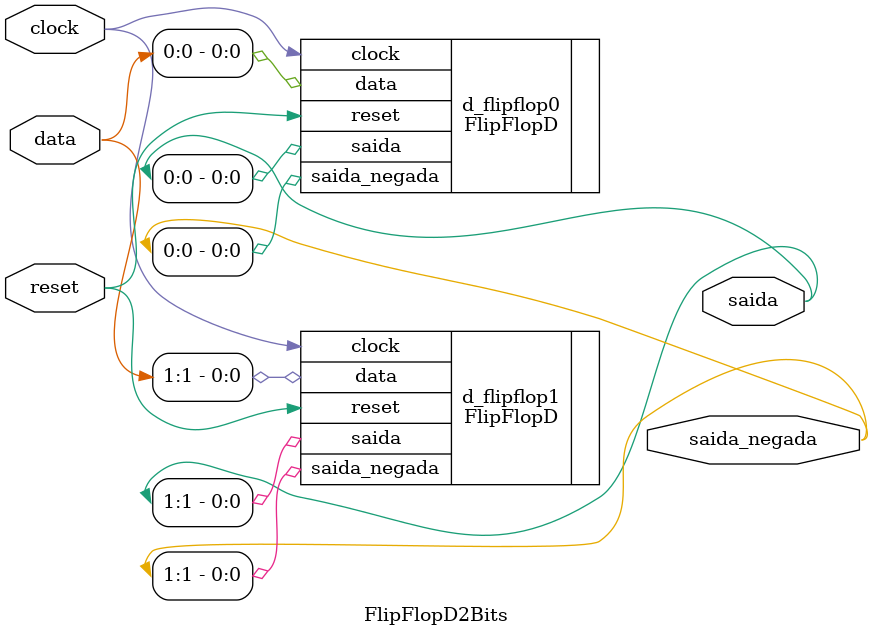
<source format=v>
module FlipFlopD2Bits (
  input clock, reset,
  input [1:0] data,
  output [1:0] saida,
  output [1:0] saida_negada
);
  
  FlipFlopD d_flipflop0 (
    .clock(clock),
    .reset(reset),
    .data(data[0]),
    .saida(saida[0]),
    .saida_negada(saida_negada[0])
  );

  FlipFlopD d_flipflop1 (
    .clock(clock),
    .reset(reset),
    .data(data[1]),
    .saida(saida[1]),
    .saida_negada(saida_negada[1])
  );

endmodule


</source>
